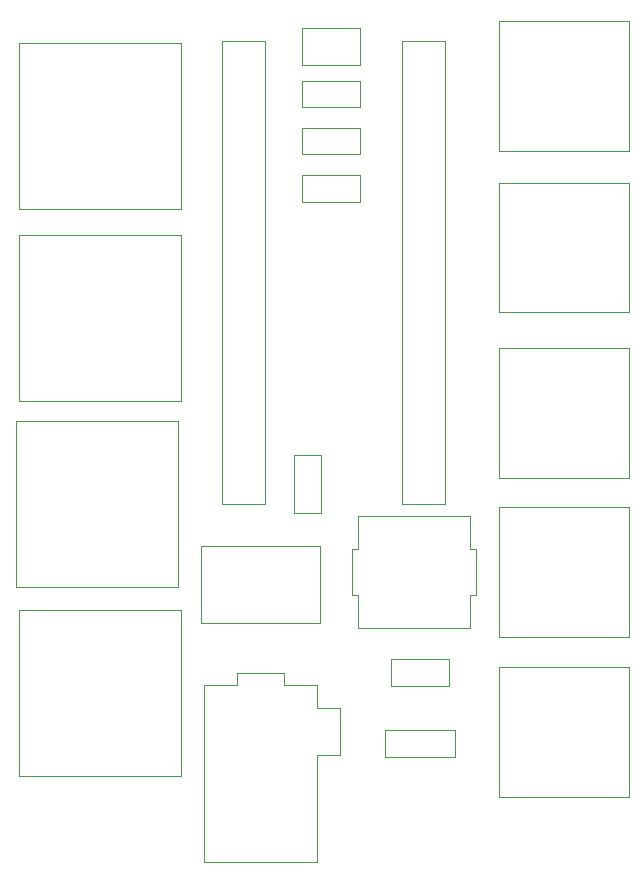
<source format=gbr>
G04 #@! TF.GenerationSoftware,KiCad,Pcbnew,5.1.6-c6e7f7d~86~ubuntu20.04.1*
G04 #@! TF.CreationDate,2020-06-08T22:40:47+01:00*
G04 #@! TF.ProjectId,spikeling,7370696b-656c-4696-9e67-2e6b69636164,rev?*
G04 #@! TF.SameCoordinates,Original*
G04 #@! TF.FileFunction,Other,User*
%FSLAX46Y46*%
G04 Gerber Fmt 4.6, Leading zero omitted, Abs format (unit mm)*
G04 Created by KiCad (PCBNEW 5.1.6-c6e7f7d~86~ubuntu20.04.1) date 2020-06-08 22:40:47*
%MOMM*%
%LPD*%
G01*
G04 APERTURE LIST*
%ADD10C,0.050000*%
G04 APERTURE END LIST*
D10*
X182206000Y-77000000D02*
X193206000Y-77000000D01*
X182206000Y-88000000D02*
X182206000Y-77000000D01*
X193206000Y-88000000D02*
X182206000Y-88000000D01*
X193206000Y-77000000D02*
X193206000Y-88000000D01*
X173050000Y-105620000D02*
X173050000Y-103380000D01*
X173050000Y-103380000D02*
X177950000Y-103380000D01*
X177950000Y-103380000D02*
X177950000Y-105620000D01*
X177950000Y-105620000D02*
X173050000Y-105620000D01*
X170450000Y-62380000D02*
X170450000Y-64620000D01*
X170450000Y-64620000D02*
X165550000Y-64620000D01*
X165550000Y-64620000D02*
X165550000Y-62380000D01*
X165550000Y-62380000D02*
X170450000Y-62380000D01*
X164880000Y-86050000D02*
X167120000Y-86050000D01*
X167120000Y-86050000D02*
X167120000Y-90950000D01*
X167120000Y-90950000D02*
X164880000Y-90950000D01*
X164880000Y-90950000D02*
X164880000Y-86050000D01*
X165550000Y-60620000D02*
X165550000Y-58380000D01*
X165550000Y-58380000D02*
X170450000Y-58380000D01*
X170450000Y-58380000D02*
X170450000Y-60620000D01*
X170450000Y-60620000D02*
X165550000Y-60620000D01*
X165550000Y-56620000D02*
X165550000Y-54380000D01*
X165550000Y-54380000D02*
X170450000Y-54380000D01*
X170450000Y-54380000D02*
X170450000Y-56620000D01*
X170450000Y-56620000D02*
X165550000Y-56620000D01*
X158784000Y-51032000D02*
X158784000Y-90182000D01*
X158784000Y-90182000D02*
X162384000Y-90182000D01*
X162384000Y-90182000D02*
X162384000Y-51032000D01*
X162384000Y-51032000D02*
X158784000Y-51032000D01*
X177624000Y-90192000D02*
X177624000Y-51042000D01*
X177624000Y-51042000D02*
X174024000Y-51042000D01*
X174024000Y-51042000D02*
X174024000Y-90192000D01*
X174024000Y-90192000D02*
X177624000Y-90192000D01*
X141272000Y-83210000D02*
X141272000Y-97210000D01*
X141272000Y-97210000D02*
X155022000Y-97210000D01*
X155022000Y-97210000D02*
X155022000Y-83210000D01*
X155022000Y-83210000D02*
X141272000Y-83210000D01*
X155276000Y-67462000D02*
X141526000Y-67462000D01*
X155276000Y-81462000D02*
X155276000Y-67462000D01*
X141526000Y-81462000D02*
X155276000Y-81462000D01*
X141526000Y-67462000D02*
X141526000Y-81462000D01*
X141526000Y-51206000D02*
X141526000Y-65206000D01*
X141526000Y-65206000D02*
X155276000Y-65206000D01*
X155276000Y-65206000D02*
X155276000Y-51206000D01*
X155276000Y-51206000D02*
X141526000Y-51206000D01*
X155276000Y-99212000D02*
X141526000Y-99212000D01*
X155276000Y-113212000D02*
X155276000Y-99212000D01*
X141526000Y-113212000D02*
X155276000Y-113212000D01*
X141526000Y-99212000D02*
X141526000Y-113212000D01*
X182206000Y-49364000D02*
X193206000Y-49364000D01*
X182206000Y-60364000D02*
X182206000Y-49364000D01*
X193206000Y-60364000D02*
X182206000Y-60364000D01*
X193206000Y-49364000D02*
X193206000Y-60364000D01*
X193206000Y-63000000D02*
X193206000Y-74000000D01*
X193206000Y-74000000D02*
X182206000Y-74000000D01*
X182206000Y-74000000D02*
X182206000Y-63000000D01*
X182206000Y-63000000D02*
X193206000Y-63000000D01*
X182206000Y-90500000D02*
X193206000Y-90500000D01*
X182206000Y-101500000D02*
X182206000Y-90500000D01*
X193206000Y-101500000D02*
X182206000Y-101500000D01*
X193206000Y-90500000D02*
X193206000Y-101500000D01*
X193206000Y-104000000D02*
X193206000Y-115000000D01*
X193206000Y-115000000D02*
X182206000Y-115000000D01*
X182206000Y-115000000D02*
X182206000Y-104000000D01*
X182206000Y-104000000D02*
X193206000Y-104000000D01*
X179750000Y-91250000D02*
X179750000Y-94050000D01*
X179750000Y-94050000D02*
X180250000Y-94050000D01*
X180250000Y-94050000D02*
X180250000Y-97950000D01*
X179750000Y-97950000D02*
X180250000Y-97950000D01*
X179750000Y-97950000D02*
X179750000Y-100750000D01*
X170250000Y-97950000D02*
X169750000Y-97950000D01*
X170250000Y-97950000D02*
X170250000Y-100750000D01*
X170250000Y-91250000D02*
X170250000Y-94050000D01*
X179750000Y-100750000D02*
X170250000Y-100750000D01*
X170250000Y-91250000D02*
X179750000Y-91250000D01*
X170250000Y-94050000D02*
X169750000Y-94050000D01*
X169750000Y-94050000D02*
X169750000Y-97950000D01*
X165550000Y-49920000D02*
X170450000Y-49920000D01*
X165550000Y-53080000D02*
X165550000Y-49920000D01*
X170450000Y-53080000D02*
X165550000Y-53080000D01*
X170450000Y-49920000D02*
X170450000Y-53080000D01*
X166750000Y-120500000D02*
X157250000Y-120500000D01*
X166750000Y-111500000D02*
X166750000Y-120500000D01*
X168750000Y-111500000D02*
X166750000Y-111500000D01*
X168750000Y-107500000D02*
X168750000Y-111500000D01*
X166750000Y-107500000D02*
X168750000Y-107500000D01*
X166750000Y-105500000D02*
X166750000Y-107500000D01*
X164000000Y-105500000D02*
X166750000Y-105500000D01*
X164000000Y-104500000D02*
X164000000Y-105500000D01*
X160000000Y-104500000D02*
X164000000Y-104500000D01*
X160000000Y-105500000D02*
X160000000Y-104500000D01*
X157500000Y-105500000D02*
X160000000Y-105500000D01*
X157250000Y-105500000D02*
X157250000Y-120500000D01*
X157500000Y-105500000D02*
X157250000Y-105500000D01*
X172550000Y-111650000D02*
X172550000Y-109350000D01*
X172550000Y-109350000D02*
X178450000Y-109350000D01*
X178450000Y-109350000D02*
X178450000Y-111650000D01*
X178450000Y-111650000D02*
X172550000Y-111650000D01*
X157000000Y-93750000D02*
X157000000Y-100250000D01*
X167000000Y-100250000D02*
X167000000Y-93750000D01*
X167000000Y-93750000D02*
X157000000Y-93750000D01*
X167000000Y-100250000D02*
X157000000Y-100250000D01*
M02*

</source>
